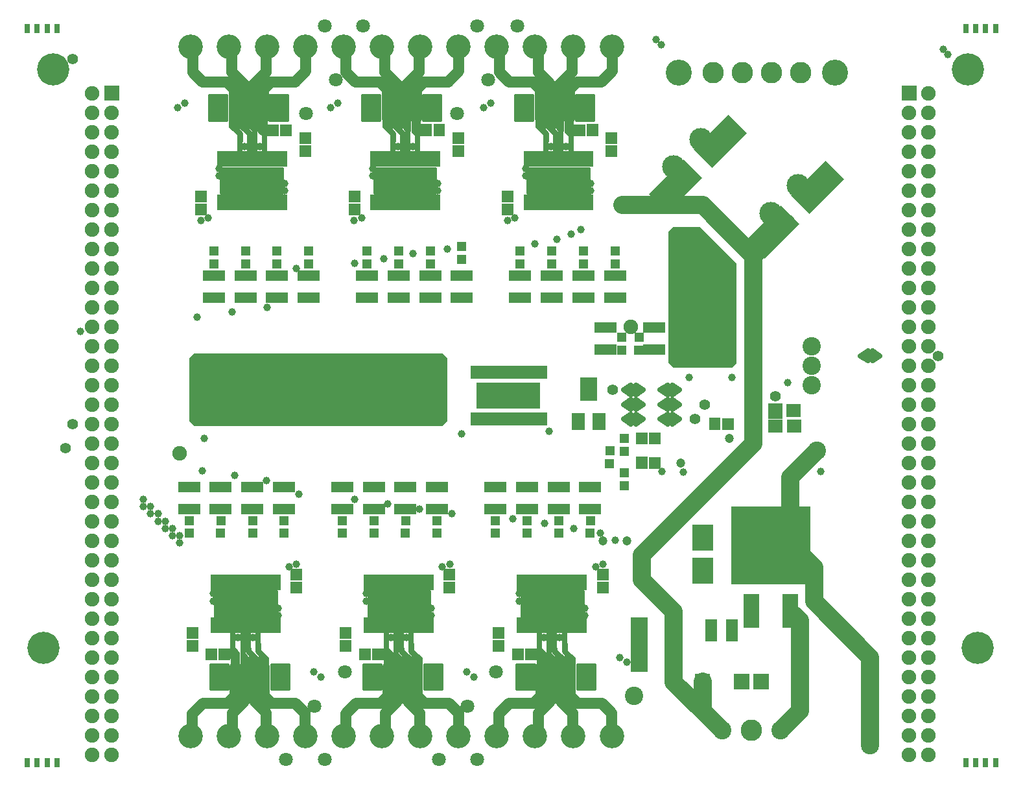
<source format=gbr>
%FSLAX34Y34*%
%MOMM*%
%LNSOLDERMASK_TOP*%
G71*
G01*
%ADD10C,3.200*%
%ADD11R,5.580X3.500*%
%ADD12R,0.700X2.000*%
%ADD13C,0.400*%
%ADD14C,1.000*%
%ADD15C,1.900*%
%ADD16C,4.200*%
%ADD17C,2.800*%
%ADD18C,2.400*%
%ADD19C,3.400*%
%ADD20R,1.600X1.500*%
%ADD21R,1.500X1.600*%
%ADD22C,0.700*%
%ADD23C,1.400*%
%ADD24C,0.800*%
%ADD25C,1.400*%
%ADD26R,1.900X2.100*%
%ADD27R,1.900X1.700*%
%ADD28C,1.200*%
%ADD29C,1.900*%
%ADD30R,0.800X1.200*%
%ADD31R,1.500X1.100*%
%ADD32R,2.000X2.020*%
%ADD33R,10.400X10.200*%
%ADD34C,1.300*%
%ADD35R,2.000X4.400*%
%ADD36R,2.200X7.200*%
%ADD37C,2.400*%
%ADD38R,2.800X3.400*%
%ADD39C,2.400*%
%ADD40C,3.000*%
%ADD41R,2.940X1.400*%
%ADD42R,1.300X1.300*%
%ADD43R,0.650X1.750*%
%ADD44R,0.850X1.750*%
%ADD45R,8.300X3.500*%
%ADD46R,1.800X2.200*%
%ADD47R,2.300X3.100*%
%ADD48C,0.686*%
%ADD49C,0.622*%
%ADD50C,0.718*%
%ADD51C,1.800*%
%LPD*%
X579890Y49750D02*
G54D10*
D03*
X529890Y49750D02*
G54D10*
D03*
X479890Y49750D02*
G54D10*
D03*
X429890Y49750D02*
G54D10*
D03*
X379890Y49750D02*
G54D10*
D03*
X329890Y49750D02*
G54D10*
D03*
X279890Y49750D02*
G54D10*
D03*
X229890Y49750D02*
G54D10*
D03*
X779890Y49750D02*
G54D10*
D03*
X729890Y49750D02*
G54D10*
D03*
X679890Y49750D02*
G54D10*
D03*
X629890Y49750D02*
G54D10*
D03*
X301600Y222400D02*
G54D11*
D03*
X259350Y194400D02*
G54D12*
D03*
X265850Y194400D02*
G54D12*
D03*
X272350Y194400D02*
G54D12*
D03*
X278850Y194400D02*
G54D12*
D03*
X285350Y194400D02*
G54D12*
D03*
X291850Y194400D02*
G54D12*
D03*
X298350Y194400D02*
G54D12*
D03*
X304850Y194400D02*
G54D12*
D03*
X311350Y194400D02*
G54D12*
D03*
X317850Y194400D02*
G54D12*
D03*
X324350Y194400D02*
G54D12*
D03*
X330850Y194400D02*
G54D12*
D03*
X337350Y194400D02*
G54D12*
D03*
X343850Y194400D02*
G54D12*
D03*
X343850Y250400D02*
G54D12*
D03*
X337350Y250400D02*
G54D12*
D03*
X330850Y250400D02*
G54D12*
D03*
X324350Y250400D02*
G54D12*
D03*
X317850Y250400D02*
G54D12*
D03*
X311350Y250400D02*
G54D12*
D03*
X304850Y250400D02*
G54D12*
D03*
X298350Y250400D02*
G54D12*
D03*
X291850Y250400D02*
G54D12*
D03*
X285350Y250400D02*
G54D12*
D03*
X278850Y250400D02*
G54D12*
D03*
X272350Y250400D02*
G54D12*
D03*
X265850Y250400D02*
G54D12*
D03*
X259350Y250400D02*
G54D12*
D03*
G36*
X341900Y206465D02*
X341900Y238215D01*
X262525Y238215D01*
X262525Y206465D01*
X341900Y206465D01*
G37*
G54D13*
X341900Y206465D02*
X341900Y238215D01*
X262525Y238215D01*
X262525Y206465D01*
X341900Y206465D01*
X268875Y213450D02*
G54D14*
D03*
X268875Y232500D02*
G54D14*
D03*
X268875Y222975D02*
G54D14*
D03*
X278400Y213450D02*
G54D14*
D03*
X278400Y232500D02*
G54D14*
D03*
X278400Y222975D02*
G54D14*
D03*
X287925Y213450D02*
G54D14*
D03*
X287925Y232500D02*
G54D14*
D03*
X287925Y222975D02*
G54D14*
D03*
X297450Y213450D02*
G54D14*
D03*
X297450Y232500D02*
G54D14*
D03*
X297450Y222975D02*
G54D14*
D03*
X306975Y213450D02*
G54D14*
D03*
X306975Y232500D02*
G54D14*
D03*
X306975Y222975D02*
G54D14*
D03*
X316500Y213450D02*
G54D14*
D03*
X316500Y232500D02*
G54D14*
D03*
X316500Y222975D02*
G54D14*
D03*
X326025Y213450D02*
G54D14*
D03*
X326025Y232500D02*
G54D14*
D03*
X326025Y222975D02*
G54D14*
D03*
X335550Y213450D02*
G54D14*
D03*
X335550Y232500D02*
G54D14*
D03*
X335550Y222975D02*
G54D14*
D03*
G36*
X1177900Y898500D02*
X1177900Y879500D01*
X1158900Y879500D01*
X1158900Y898500D01*
X1177900Y898500D01*
G37*
X1193800Y889000D02*
G54D15*
D03*
X1168400Y863600D02*
G54D15*
D03*
X1193800Y863600D02*
G54D15*
D03*
X1168400Y838200D02*
G54D15*
D03*
X1193800Y838200D02*
G54D15*
D03*
X1168400Y812800D02*
G54D15*
D03*
X1193800Y812800D02*
G54D15*
D03*
X1168400Y787400D02*
G54D15*
D03*
X1193800Y787400D02*
G54D15*
D03*
X1168400Y762000D02*
G54D15*
D03*
X1193800Y762000D02*
G54D15*
D03*
X1168400Y736600D02*
G54D15*
D03*
X1193800Y736600D02*
G54D15*
D03*
X1168400Y711200D02*
G54D15*
D03*
X1193800Y711200D02*
G54D15*
D03*
X1168400Y685800D02*
G54D15*
D03*
X1193800Y685800D02*
G54D15*
D03*
X1168400Y660400D02*
G54D15*
D03*
X1193800Y660400D02*
G54D15*
D03*
X1168400Y635000D02*
G54D15*
D03*
X1193800Y635000D02*
G54D15*
D03*
X1168400Y609600D02*
G54D15*
D03*
X1193800Y609600D02*
G54D15*
D03*
X1168400Y584200D02*
G54D15*
D03*
X1193800Y584200D02*
G54D15*
D03*
X1193800Y558800D02*
G54D15*
D03*
X1168400Y533400D02*
G54D15*
D03*
X1193800Y533400D02*
G54D15*
D03*
X1168400Y508000D02*
G54D15*
D03*
X1193800Y508000D02*
G54D15*
D03*
X1168400Y482600D02*
G54D15*
D03*
X1193800Y482600D02*
G54D15*
D03*
X1168400Y457200D02*
G54D15*
D03*
X1193800Y457200D02*
G54D15*
D03*
X1168400Y431800D02*
G54D15*
D03*
X1193800Y431800D02*
G54D15*
D03*
X1168400Y406400D02*
G54D15*
D03*
X1193800Y406400D02*
G54D15*
D03*
X1168400Y381000D02*
G54D15*
D03*
X1193800Y381000D02*
G54D15*
D03*
X1168400Y355600D02*
G54D15*
D03*
X1193800Y355600D02*
G54D15*
D03*
X1168400Y330200D02*
G54D15*
D03*
X1193800Y330200D02*
G54D15*
D03*
X1168400Y304800D02*
G54D15*
D03*
X1193800Y304800D02*
G54D15*
D03*
X1168400Y279400D02*
G54D15*
D03*
X1193800Y279400D02*
G54D15*
D03*
X1168400Y254000D02*
G54D15*
D03*
X1193800Y254000D02*
G54D15*
D03*
X1168400Y558800D02*
G54D15*
D03*
X1168400Y228600D02*
G54D15*
D03*
X1193800Y228600D02*
G54D15*
D03*
X1168400Y203200D02*
G54D15*
D03*
X1193800Y203200D02*
G54D15*
D03*
X1168400Y177800D02*
G54D15*
D03*
X1193800Y177800D02*
G54D15*
D03*
X1168400Y152400D02*
G54D15*
D03*
X1193800Y152400D02*
G54D15*
D03*
X1193800Y127000D02*
G54D15*
D03*
X1168400Y101600D02*
G54D15*
D03*
X1193800Y101600D02*
G54D15*
D03*
X1168400Y76200D02*
G54D15*
D03*
X1193800Y76200D02*
G54D15*
D03*
X1168400Y50800D02*
G54D15*
D03*
X1193800Y50800D02*
G54D15*
D03*
X1168400Y25400D02*
G54D15*
D03*
X1193800Y25400D02*
G54D15*
D03*
X1168400Y127000D02*
G54D15*
D03*
X1245088Y920171D02*
G54D16*
D03*
X1257788Y164521D02*
G54D16*
D03*
G36*
X136500Y898500D02*
X136500Y879500D01*
X117500Y879500D01*
X117500Y898500D01*
X136500Y898500D01*
G37*
X101600Y889000D02*
G54D15*
D03*
X127000Y863600D02*
G54D15*
D03*
X101600Y863600D02*
G54D15*
D03*
X127000Y838200D02*
G54D15*
D03*
X101600Y838200D02*
G54D15*
D03*
X127000Y812800D02*
G54D15*
D03*
X101600Y812800D02*
G54D15*
D03*
X127000Y787400D02*
G54D15*
D03*
X101600Y787400D02*
G54D15*
D03*
X127000Y762000D02*
G54D15*
D03*
X101600Y762000D02*
G54D15*
D03*
X127000Y736600D02*
G54D15*
D03*
X101600Y736600D02*
G54D15*
D03*
X127000Y711200D02*
G54D15*
D03*
X101600Y711200D02*
G54D15*
D03*
X127000Y685800D02*
G54D15*
D03*
X101600Y685800D02*
G54D15*
D03*
X127000Y660400D02*
G54D15*
D03*
X101600Y660400D02*
G54D15*
D03*
X127000Y635000D02*
G54D15*
D03*
X101600Y635000D02*
G54D15*
D03*
X127000Y609600D02*
G54D15*
D03*
X101600Y609600D02*
G54D15*
D03*
X127000Y584200D02*
G54D15*
D03*
X101600Y584200D02*
G54D15*
D03*
X101600Y558800D02*
G54D15*
D03*
X127000Y533400D02*
G54D15*
D03*
X101600Y533400D02*
G54D15*
D03*
X127000Y508000D02*
G54D15*
D03*
X101600Y508000D02*
G54D15*
D03*
X127000Y482600D02*
G54D15*
D03*
X101600Y482600D02*
G54D15*
D03*
X127000Y457200D02*
G54D15*
D03*
X101600Y457200D02*
G54D15*
D03*
X127000Y431800D02*
G54D15*
D03*
X101600Y431800D02*
G54D15*
D03*
X127000Y406400D02*
G54D15*
D03*
X101600Y406400D02*
G54D15*
D03*
X127000Y381000D02*
G54D15*
D03*
X101600Y381000D02*
G54D15*
D03*
X127000Y355600D02*
G54D15*
D03*
X101600Y355600D02*
G54D15*
D03*
X127000Y330200D02*
G54D15*
D03*
X101600Y330200D02*
G54D15*
D03*
X127000Y304800D02*
G54D15*
D03*
X101600Y304800D02*
G54D15*
D03*
X127000Y279400D02*
G54D15*
D03*
X101600Y279400D02*
G54D15*
D03*
X127000Y254000D02*
G54D15*
D03*
X101600Y254000D02*
G54D15*
D03*
X127000Y558800D02*
G54D15*
D03*
X127000Y228600D02*
G54D15*
D03*
X101600Y228600D02*
G54D15*
D03*
X127000Y203200D02*
G54D15*
D03*
X101600Y203200D02*
G54D15*
D03*
X127000Y177800D02*
G54D15*
D03*
X101600Y177800D02*
G54D15*
D03*
X127000Y152400D02*
G54D15*
D03*
X101600Y152400D02*
G54D15*
D03*
X101600Y127000D02*
G54D15*
D03*
X127000Y101600D02*
G54D15*
D03*
X101600Y101600D02*
G54D15*
D03*
X127000Y76200D02*
G54D15*
D03*
X101600Y76200D02*
G54D15*
D03*
X127000Y50800D02*
G54D15*
D03*
X101600Y50800D02*
G54D15*
D03*
X127000Y25400D02*
G54D15*
D03*
X101600Y25400D02*
G54D15*
D03*
X127000Y127000D02*
G54D15*
D03*
X50312Y920171D02*
G54D16*
D03*
X37612Y164521D02*
G54D16*
D03*
X579890Y949750D02*
G54D10*
D03*
X529890Y949750D02*
G54D10*
D03*
X479890Y949750D02*
G54D10*
D03*
X429890Y949750D02*
G54D10*
D03*
X379890Y949750D02*
G54D10*
D03*
X329890Y949750D02*
G54D10*
D03*
X279890Y949750D02*
G54D10*
D03*
X229890Y949750D02*
G54D10*
D03*
X779890Y949750D02*
G54D10*
D03*
X729890Y949750D02*
G54D10*
D03*
X679890Y949750D02*
G54D10*
D03*
X629890Y949750D02*
G54D10*
D03*
X962000Y57300D02*
G54D17*
D03*
X988579Y915425D02*
G54D18*
D03*
X950479Y915425D02*
G54D18*
D03*
X988579Y915425D02*
G54D18*
D03*
X950479Y915425D02*
G54D18*
D03*
X1026679Y915425D02*
G54D18*
D03*
X912379Y915425D02*
G54D18*
D03*
X1071652Y915424D02*
G54D19*
D03*
X867420Y915423D02*
G54D19*
D03*
X1026679Y915425D02*
G54D17*
D03*
X988579Y915425D02*
G54D17*
D03*
X950479Y915425D02*
G54D17*
D03*
X912379Y915425D02*
G54D17*
D03*
X962000Y57300D02*
G54D18*
D03*
X1000100Y57300D02*
G54D18*
D03*
X962000Y57300D02*
G54D18*
D03*
X1000100Y57300D02*
G54D18*
D03*
X923900Y57300D02*
G54D18*
D03*
X232210Y184147D02*
G54D20*
D03*
X232210Y167147D02*
G54D20*
D03*
X274364Y156597D02*
G54D21*
D03*
X257364Y156597D02*
G54D21*
D03*
X368100Y260347D02*
G54D20*
D03*
X368100Y243347D02*
G54D20*
D03*
X262525Y118200D02*
G54D14*
D03*
X262525Y137250D02*
G54D14*
D03*
X262525Y127725D02*
G54D14*
D03*
X272050Y118200D02*
G54D14*
D03*
X272050Y137250D02*
G54D14*
D03*
X272050Y127725D02*
G54D14*
D03*
G36*
X278400Y111215D02*
X278400Y142965D01*
X256175Y142965D01*
X256175Y111215D01*
X278400Y111215D01*
G37*
G54D13*
X278400Y111215D02*
X278400Y142965D01*
X256175Y142965D01*
X256175Y111215D01*
X278400Y111215D01*
X341900Y118200D02*
G54D14*
D03*
X341900Y137250D02*
G54D14*
D03*
X341900Y127725D02*
G54D14*
D03*
X351425Y118200D02*
G54D14*
D03*
X351425Y137250D02*
G54D14*
D03*
X351425Y127725D02*
G54D14*
D03*
G36*
X357775Y111215D02*
X357775Y142965D01*
X335550Y142965D01*
X335550Y111215D01*
X357775Y111215D01*
G37*
G54D13*
X357775Y111215D02*
X357775Y142965D01*
X335550Y142965D01*
X335550Y111215D01*
X357775Y111215D01*
G54D22*
X285306Y187793D02*
X285306Y151843D01*
G54D22*
X298382Y188370D02*
X298382Y151720D01*
G54D22*
X304921Y187793D02*
X304921Y164160D01*
G54D22*
X317998Y187985D02*
X317998Y170133D01*
G54D23*
X287234Y140572D02*
X287234Y102472D01*
G54D23*
X299934Y140572D02*
X299934Y102472D01*
G54D23*
X312634Y140572D02*
X312634Y102472D01*
G54D23*
X325334Y140572D02*
X325334Y102472D01*
G54D24*
X304921Y164160D02*
X304921Y160985D01*
X309460Y156447D01*
X309460Y137397D01*
G54D24*
X317998Y170133D02*
X317998Y160608D01*
X322160Y156447D01*
X322160Y137397D01*
G36*
X284060Y162797D02*
X287234Y162797D01*
X291997Y158034D01*
X291997Y137397D01*
X284060Y137397D01*
X284060Y162797D01*
G37*
G54D13*
X284060Y162797D02*
X287234Y162797D01*
X291997Y158034D01*
X291997Y137397D01*
X284060Y137397D01*
X284060Y162797D01*
G36*
X296760Y156447D02*
X299934Y156447D01*
X304697Y151684D01*
X304697Y131047D01*
X296760Y131047D01*
X296760Y156447D01*
G37*
G54D13*
X296760Y156447D02*
X299934Y156447D01*
X304697Y151684D01*
X304697Y131047D01*
X296760Y131047D01*
X296760Y156447D01*
G36*
X309460Y159304D02*
X317397Y151367D01*
X317397Y130729D01*
X309460Y130729D01*
X309460Y159304D01*
G37*
G54D13*
X309460Y159304D02*
X317397Y151367D01*
X317397Y130729D01*
X309460Y130729D01*
X309460Y159304D01*
G36*
X322160Y159304D02*
X330097Y151367D01*
X330097Y130729D01*
X322160Y130729D01*
X322160Y159304D01*
G37*
G54D13*
X322160Y159304D02*
X330097Y151367D01*
X330097Y130729D01*
X322160Y130729D01*
X322160Y159304D01*
X291710Y178022D02*
G54D14*
D03*
X311460Y178022D02*
G54D14*
D03*
G54D23*
X287234Y102472D02*
X277710Y92947D01*
X245960Y92947D01*
X232010Y78997D01*
X232010Y47447D01*
G54D23*
X299934Y102472D02*
X299934Y96122D01*
X284060Y80247D01*
X284060Y49497D01*
X282010Y47447D01*
G54D23*
X312634Y108822D02*
X312634Y96122D01*
X328510Y80247D01*
X328510Y50947D01*
X332010Y47447D01*
G54D23*
X325334Y102472D02*
X334860Y92947D01*
X366610Y92947D01*
X379310Y80247D01*
X379310Y50147D01*
X382010Y47447D01*
G36*
X821055Y501650D02*
X811530Y495300D01*
X811530Y508000D01*
X821055Y501650D01*
G37*
G54D22*
X821055Y501650D02*
X811530Y495300D01*
X811530Y508000D01*
X821055Y501650D01*
X781050Y501650D02*
G54D25*
D03*
X993227Y474163D02*
G54D26*
D03*
X1017358Y475113D02*
G54D27*
D03*
X993994Y454372D02*
G54D27*
D03*
X1017758Y454113D02*
G54D27*
D03*
X819150Y438150D02*
G54D21*
D03*
X836150Y438150D02*
G54D21*
D03*
G36*
X811650Y414400D02*
X826650Y414400D01*
X826650Y398400D01*
X811650Y398400D01*
X811650Y414400D01*
G37*
X836150Y406400D02*
G54D21*
D03*
X993227Y493212D02*
G54D25*
D03*
X869950Y406400D02*
G54D28*
D03*
X933450Y438150D02*
G54D28*
D03*
X127000Y228600D02*
G54D29*
D03*
X101600Y101600D02*
G54D29*
D03*
X101600Y406400D02*
G54D29*
D03*
X1168400Y660400D02*
G54D29*
D03*
X1193800Y660400D02*
G54D29*
D03*
X1193800Y635000D02*
G54D29*
D03*
X1193800Y152400D02*
G54D29*
D03*
X1168400Y279400D02*
G54D29*
D03*
X1193800Y812800D02*
G54D29*
D03*
X127000Y660400D02*
G54D29*
D03*
G36*
X795620Y501698D02*
X805145Y508048D01*
X805145Y495347D01*
X795620Y501698D01*
G37*
G54D22*
X795620Y501698D02*
X805145Y508048D01*
X805145Y495347D01*
X795620Y501698D01*
G36*
X821055Y482600D02*
X811530Y476250D01*
X811530Y488950D01*
X821055Y482600D01*
G37*
G54D22*
X821055Y482600D02*
X811530Y476250D01*
X811530Y488950D01*
X821055Y482600D01*
G36*
X795620Y482648D02*
X805145Y488998D01*
X805145Y476297D01*
X795620Y482648D01*
G37*
G54D22*
X795620Y482648D02*
X805145Y488998D01*
X805145Y476297D01*
X795620Y482648D01*
G36*
X821055Y463550D02*
X811530Y457200D01*
X811530Y469900D01*
X821055Y463550D01*
G37*
G54D22*
X821055Y463550D02*
X811530Y457200D01*
X811530Y469900D01*
X821055Y463550D01*
G36*
X795620Y463598D02*
X805145Y469948D01*
X805145Y457247D01*
X795620Y463598D01*
G37*
G54D22*
X795620Y463598D02*
X805145Y469948D01*
X805145Y457247D01*
X795620Y463598D01*
G36*
X868680Y501650D02*
X859155Y495300D01*
X859155Y508000D01*
X868680Y501650D01*
G37*
G54D22*
X868680Y501650D02*
X859155Y495300D01*
X859155Y508000D01*
X868680Y501650D01*
G36*
X843245Y501698D02*
X852770Y508048D01*
X852770Y495347D01*
X843245Y501698D01*
G37*
G54D22*
X843245Y501698D02*
X852770Y508048D01*
X852770Y495347D01*
X843245Y501698D01*
G36*
X868680Y482600D02*
X859155Y476250D01*
X859155Y488950D01*
X868680Y482600D01*
G37*
G54D22*
X868680Y482600D02*
X859155Y476250D01*
X859155Y488950D01*
X868680Y482600D01*
G36*
X843245Y482648D02*
X852770Y488998D01*
X852770Y476297D01*
X843245Y482648D01*
G37*
G54D22*
X843245Y482648D02*
X852770Y488998D01*
X852770Y476297D01*
X843245Y482648D01*
G36*
X868680Y463550D02*
X859155Y457200D01*
X859155Y469900D01*
X868680Y463550D01*
G37*
G54D22*
X868680Y463550D02*
X859155Y457200D01*
X859155Y469900D01*
X868680Y463550D01*
G36*
X843245Y463598D02*
X852770Y469948D01*
X852770Y457247D01*
X843245Y463598D01*
G37*
G54D22*
X843245Y463598D02*
X852770Y469948D01*
X852770Y457247D01*
X843245Y463598D01*
X1281112Y973773D02*
G54D30*
D03*
X1268095Y973773D02*
G54D30*
D03*
X1255078Y973773D02*
G54D30*
D03*
X1242378Y973773D02*
G54D30*
D03*
X1281112Y14923D02*
G54D30*
D03*
X1268095Y14923D02*
G54D30*
D03*
X1255078Y14923D02*
G54D30*
D03*
X1242378Y14923D02*
G54D30*
D03*
X55562Y14923D02*
G54D30*
D03*
X42545Y14923D02*
G54D30*
D03*
X29528Y14923D02*
G54D30*
D03*
X16828Y14923D02*
G54D30*
D03*
X55562Y973773D02*
G54D30*
D03*
X42545Y973773D02*
G54D30*
D03*
X29528Y973773D02*
G54D30*
D03*
X16828Y973773D02*
G54D30*
D03*
X678050Y501998D02*
G54D14*
D03*
X678050Y482948D02*
G54D14*
D03*
X678050Y492473D02*
G54D14*
D03*
X668525Y501998D02*
G54D14*
D03*
X668525Y482948D02*
G54D14*
D03*
X668525Y492473D02*
G54D14*
D03*
X659000Y501998D02*
G54D14*
D03*
X659000Y482948D02*
G54D14*
D03*
X659000Y492473D02*
G54D14*
D03*
X649475Y501998D02*
G54D14*
D03*
X649475Y482948D02*
G54D14*
D03*
X649475Y492473D02*
G54D14*
D03*
X639950Y501998D02*
G54D14*
D03*
X639950Y482948D02*
G54D14*
D03*
X639950Y492473D02*
G54D14*
D03*
X630425Y501998D02*
G54D14*
D03*
X630425Y482948D02*
G54D14*
D03*
X630425Y492473D02*
G54D14*
D03*
X620900Y501998D02*
G54D14*
D03*
X620900Y482948D02*
G54D14*
D03*
X620900Y492473D02*
G54D14*
D03*
X611375Y501998D02*
G54D14*
D03*
X611375Y482948D02*
G54D14*
D03*
X611375Y492473D02*
G54D14*
D03*
X358820Y270897D02*
G54D14*
D03*
X368344Y274072D02*
G54D14*
D03*
X259350Y235675D02*
G54D14*
D03*
X259350Y226150D02*
G54D14*
D03*
X344440Y216308D02*
G54D14*
D03*
X344440Y206782D02*
G54D14*
D03*
X501625Y222400D02*
G54D11*
D03*
X459375Y194400D02*
G54D12*
D03*
X465875Y194400D02*
G54D12*
D03*
X472375Y194400D02*
G54D12*
D03*
X478875Y194400D02*
G54D12*
D03*
X485375Y194400D02*
G54D12*
D03*
X491875Y194400D02*
G54D12*
D03*
X498375Y194400D02*
G54D12*
D03*
X504875Y194400D02*
G54D12*
D03*
X511375Y194400D02*
G54D12*
D03*
X517875Y194400D02*
G54D12*
D03*
X524375Y194400D02*
G54D12*
D03*
X530875Y194400D02*
G54D12*
D03*
X537375Y194400D02*
G54D12*
D03*
X543875Y194400D02*
G54D12*
D03*
X543875Y250400D02*
G54D12*
D03*
X537375Y250400D02*
G54D12*
D03*
X530875Y250400D02*
G54D12*
D03*
X524375Y250400D02*
G54D12*
D03*
X517875Y250400D02*
G54D12*
D03*
X511375Y250400D02*
G54D12*
D03*
X504875Y250400D02*
G54D12*
D03*
X498375Y250400D02*
G54D12*
D03*
X491875Y250400D02*
G54D12*
D03*
X485375Y250400D02*
G54D12*
D03*
X478875Y250400D02*
G54D12*
D03*
X472375Y250400D02*
G54D12*
D03*
X465875Y250400D02*
G54D12*
D03*
X459375Y250400D02*
G54D12*
D03*
G36*
X541925Y206465D02*
X541925Y238215D01*
X462550Y238215D01*
X462550Y206465D01*
X541925Y206465D01*
G37*
G54D13*
X541925Y206465D02*
X541925Y238215D01*
X462550Y238215D01*
X462550Y206465D01*
X541925Y206465D01*
X468900Y213450D02*
G54D14*
D03*
X468900Y232500D02*
G54D14*
D03*
X468900Y222975D02*
G54D14*
D03*
X478425Y213450D02*
G54D14*
D03*
X478425Y232500D02*
G54D14*
D03*
X478425Y222975D02*
G54D14*
D03*
X487950Y213450D02*
G54D14*
D03*
X487950Y232500D02*
G54D14*
D03*
X487950Y222975D02*
G54D14*
D03*
X497475Y213450D02*
G54D14*
D03*
X497475Y232500D02*
G54D14*
D03*
X497475Y222975D02*
G54D14*
D03*
X507000Y213450D02*
G54D14*
D03*
X507000Y232500D02*
G54D14*
D03*
X507000Y222975D02*
G54D14*
D03*
X516525Y213450D02*
G54D14*
D03*
X516525Y232500D02*
G54D14*
D03*
X516525Y222975D02*
G54D14*
D03*
X526050Y213450D02*
G54D14*
D03*
X526050Y232500D02*
G54D14*
D03*
X526050Y222975D02*
G54D14*
D03*
X535575Y213450D02*
G54D14*
D03*
X535575Y232500D02*
G54D14*
D03*
X535575Y222975D02*
G54D14*
D03*
X432234Y184147D02*
G54D20*
D03*
X432235Y167147D02*
G54D20*
D03*
X474390Y156597D02*
G54D21*
D03*
X457390Y156597D02*
G54D21*
D03*
X568124Y260347D02*
G54D20*
D03*
X568124Y243347D02*
G54D20*
D03*
X462550Y118200D02*
G54D14*
D03*
X462550Y137250D02*
G54D14*
D03*
X462550Y127725D02*
G54D14*
D03*
X472075Y118200D02*
G54D14*
D03*
X472075Y137250D02*
G54D14*
D03*
X472075Y127725D02*
G54D14*
D03*
G36*
X478425Y111215D02*
X478425Y142965D01*
X456200Y142965D01*
X456200Y111215D01*
X478425Y111215D01*
G37*
G54D13*
X478425Y111215D02*
X478425Y142965D01*
X456200Y142965D01*
X456200Y111215D01*
X478425Y111215D01*
X541925Y118200D02*
G54D14*
D03*
X541925Y137250D02*
G54D14*
D03*
X541925Y127725D02*
G54D14*
D03*
X551450Y118200D02*
G54D14*
D03*
X551450Y137250D02*
G54D14*
D03*
X551450Y127725D02*
G54D14*
D03*
G36*
X557800Y111215D02*
X557800Y142965D01*
X535575Y142965D01*
X535575Y111215D01*
X557800Y111215D01*
G37*
G54D13*
X557800Y111215D02*
X557800Y142965D01*
X535575Y142965D01*
X535575Y111215D01*
X557800Y111215D01*
G54D22*
X485331Y187793D02*
X485331Y151843D01*
G54D22*
X498408Y188370D02*
X498408Y151720D01*
G54D22*
X504946Y187793D02*
X504946Y164160D01*
G54D22*
X518023Y187985D02*
X518023Y170133D01*
G54D23*
X487260Y140572D02*
X487260Y102472D01*
G54D23*
X499960Y140572D02*
X499960Y102472D01*
G54D23*
X512660Y140572D02*
X512660Y102472D01*
G54D23*
X525360Y140572D02*
X525360Y102472D01*
G54D24*
X504946Y164160D02*
X504946Y160985D01*
X509484Y156447D01*
X509484Y137397D01*
G54D24*
X518023Y170133D02*
X518023Y160608D01*
X522184Y156447D01*
X522184Y137397D01*
G36*
X484084Y162797D02*
X487260Y162797D01*
X492022Y158034D01*
X492022Y137397D01*
X484084Y137397D01*
X484084Y162797D01*
G37*
G54D13*
X484084Y162797D02*
X487260Y162797D01*
X492022Y158034D01*
X492022Y137397D01*
X484084Y137397D01*
X484084Y162797D01*
G36*
X496784Y156447D02*
X499960Y156447D01*
X504722Y151684D01*
X504722Y131047D01*
X496784Y131047D01*
X496784Y156447D01*
G37*
G54D13*
X496784Y156447D02*
X499960Y156447D01*
X504722Y151684D01*
X504722Y131047D01*
X496784Y131047D01*
X496784Y156447D01*
G36*
X509484Y159304D02*
X517422Y151367D01*
X517422Y130729D01*
X509484Y130729D01*
X509484Y159304D01*
G37*
G54D13*
X509484Y159304D02*
X517422Y151367D01*
X517422Y130729D01*
X509484Y130729D01*
X509484Y159304D01*
G36*
X522184Y159304D02*
X530122Y151367D01*
X530122Y130729D01*
X522184Y130729D01*
X522184Y159304D01*
G37*
G54D13*
X522184Y159304D02*
X530122Y151367D01*
X530122Y130729D01*
X522184Y130729D01*
X522184Y159304D01*
X491734Y178022D02*
G54D14*
D03*
X511484Y178022D02*
G54D14*
D03*
G54D23*
X487260Y102472D02*
X477734Y92947D01*
X445984Y92947D01*
X432034Y78997D01*
X432034Y47447D01*
G54D23*
X499960Y102472D02*
X499960Y96122D01*
X484084Y80247D01*
X484084Y49497D01*
X482034Y47447D01*
G54D23*
X512660Y108822D02*
X512660Y96122D01*
X528534Y80247D01*
X528534Y50947D01*
X532034Y47447D01*
G54D23*
X525360Y102472D02*
X534884Y92947D01*
X566634Y92947D01*
X579334Y80247D01*
X579334Y50147D01*
X582034Y47447D01*
X558844Y270897D02*
G54D14*
D03*
X568370Y274072D02*
G54D14*
D03*
X459375Y235675D02*
G54D14*
D03*
X459375Y226150D02*
G54D14*
D03*
X544465Y216308D02*
G54D14*
D03*
X544465Y206782D02*
G54D14*
D03*
X701650Y222400D02*
G54D11*
D03*
X659400Y194400D02*
G54D12*
D03*
X665900Y194400D02*
G54D12*
D03*
X672400Y194400D02*
G54D12*
D03*
X678900Y194400D02*
G54D12*
D03*
X685400Y194400D02*
G54D12*
D03*
X691900Y194400D02*
G54D12*
D03*
X698400Y194400D02*
G54D12*
D03*
X704900Y194400D02*
G54D12*
D03*
X711400Y194400D02*
G54D12*
D03*
X717900Y194400D02*
G54D12*
D03*
X724400Y194400D02*
G54D12*
D03*
X730900Y194400D02*
G54D12*
D03*
X737400Y194400D02*
G54D12*
D03*
X743900Y194400D02*
G54D12*
D03*
X743900Y250400D02*
G54D12*
D03*
X737400Y250400D02*
G54D12*
D03*
X730900Y250400D02*
G54D12*
D03*
X724400Y250400D02*
G54D12*
D03*
X717900Y250400D02*
G54D12*
D03*
X711400Y250400D02*
G54D12*
D03*
X704900Y250400D02*
G54D12*
D03*
X698400Y250400D02*
G54D12*
D03*
X691900Y250400D02*
G54D12*
D03*
X685400Y250400D02*
G54D12*
D03*
X678900Y250400D02*
G54D12*
D03*
X672400Y250400D02*
G54D12*
D03*
X665900Y250400D02*
G54D12*
D03*
X659400Y250400D02*
G54D12*
D03*
G36*
X741950Y206465D02*
X741950Y238215D01*
X662575Y238215D01*
X662575Y206465D01*
X741950Y206465D01*
G37*
G54D13*
X741950Y206465D02*
X741950Y238215D01*
X662575Y238215D01*
X662575Y206465D01*
X741950Y206465D01*
X668925Y213450D02*
G54D14*
D03*
X668925Y232500D02*
G54D14*
D03*
X668925Y222975D02*
G54D14*
D03*
X678450Y213450D02*
G54D14*
D03*
X678450Y232500D02*
G54D14*
D03*
X678450Y222975D02*
G54D14*
D03*
X687975Y213450D02*
G54D14*
D03*
X687975Y232500D02*
G54D14*
D03*
X687975Y222975D02*
G54D14*
D03*
X697500Y213450D02*
G54D14*
D03*
X697500Y232500D02*
G54D14*
D03*
X697500Y222975D02*
G54D14*
D03*
X707025Y213450D02*
G54D14*
D03*
X707025Y232500D02*
G54D14*
D03*
X707025Y222975D02*
G54D14*
D03*
X716550Y213450D02*
G54D14*
D03*
X716550Y232500D02*
G54D14*
D03*
X716550Y222975D02*
G54D14*
D03*
X726075Y213450D02*
G54D14*
D03*
X726075Y232500D02*
G54D14*
D03*
X726075Y222975D02*
G54D14*
D03*
X735600Y213450D02*
G54D14*
D03*
X735600Y232500D02*
G54D14*
D03*
X735600Y222975D02*
G54D14*
D03*
X632260Y184147D02*
G54D20*
D03*
X632260Y167147D02*
G54D20*
D03*
X674414Y156597D02*
G54D21*
D03*
X657414Y156597D02*
G54D21*
D03*
X768150Y260347D02*
G54D20*
D03*
X768150Y243347D02*
G54D20*
D03*
X662575Y118200D02*
G54D14*
D03*
X662575Y137250D02*
G54D14*
D03*
X662575Y127725D02*
G54D14*
D03*
X672100Y118200D02*
G54D14*
D03*
X672100Y137250D02*
G54D14*
D03*
X672100Y127725D02*
G54D14*
D03*
G36*
X678450Y111215D02*
X678450Y142965D01*
X656225Y142965D01*
X656225Y111215D01*
X678450Y111215D01*
G37*
G54D13*
X678450Y111215D02*
X678450Y142965D01*
X656225Y142965D01*
X656225Y111215D01*
X678450Y111215D01*
X741950Y118200D02*
G54D14*
D03*
X741950Y137250D02*
G54D14*
D03*
X741950Y127725D02*
G54D14*
D03*
X751475Y118200D02*
G54D14*
D03*
X751475Y137250D02*
G54D14*
D03*
X751475Y127725D02*
G54D14*
D03*
G36*
X757825Y111215D02*
X757825Y142965D01*
X735600Y142965D01*
X735600Y111215D01*
X757825Y111215D01*
G37*
G54D13*
X757825Y111215D02*
X757825Y142965D01*
X735600Y142965D01*
X735600Y111215D01*
X757825Y111215D01*
G54D22*
X685356Y187793D02*
X685356Y151843D01*
G54D22*
X698432Y188370D02*
X698432Y151720D01*
G54D22*
X704971Y187793D02*
X704971Y164160D01*
G54D22*
X718048Y187985D02*
X718048Y170133D01*
G54D23*
X687284Y140572D02*
X687284Y102472D01*
G54D23*
X699984Y140572D02*
X699984Y102472D01*
G54D23*
X712684Y140572D02*
X712684Y102472D01*
G54D23*
X725384Y140572D02*
X725384Y102472D01*
G54D24*
X704971Y164160D02*
X704971Y160985D01*
X709510Y156447D01*
X709510Y137397D01*
G54D24*
X718048Y170133D02*
X718048Y160608D01*
X722210Y156447D01*
X722210Y137397D01*
G36*
X684110Y162797D02*
X687284Y162797D01*
X692047Y158034D01*
X692047Y137397D01*
X684110Y137397D01*
X684110Y162797D01*
G37*
G54D13*
X684110Y162797D02*
X687284Y162797D01*
X692047Y158034D01*
X692047Y137397D01*
X684110Y137397D01*
X684110Y162797D01*
G36*
X696810Y156447D02*
X699984Y156447D01*
X704747Y151684D01*
X704747Y131047D01*
X696810Y131047D01*
X696810Y156447D01*
G37*
G54D13*
X696810Y156447D02*
X699984Y156447D01*
X704747Y151684D01*
X704747Y131047D01*
X696810Y131047D01*
X696810Y156447D01*
G36*
X709510Y159304D02*
X717447Y151367D01*
X717447Y130729D01*
X709510Y130729D01*
X709510Y159304D01*
G37*
G54D13*
X709510Y159304D02*
X717447Y151367D01*
X717447Y130729D01*
X709510Y130729D01*
X709510Y159304D01*
G36*
X722210Y159304D02*
X730147Y151367D01*
X730147Y130729D01*
X722210Y130729D01*
X722210Y159304D01*
G37*
G54D13*
X722210Y159304D02*
X730147Y151367D01*
X730147Y130729D01*
X722210Y130729D01*
X722210Y159304D01*
X691760Y178022D02*
G54D14*
D03*
X711510Y178022D02*
G54D14*
D03*
G54D23*
X687284Y102472D02*
X677760Y92947D01*
X646010Y92947D01*
X632060Y78997D01*
X632060Y47447D01*
G54D23*
X699984Y102472D02*
X699984Y96122D01*
X684110Y80247D01*
X684110Y49497D01*
X682060Y47447D01*
G54D23*
X712684Y108822D02*
X712684Y96122D01*
X728560Y80247D01*
X728560Y50947D01*
X732060Y47447D01*
G54D23*
X725384Y102472D02*
X734910Y92947D01*
X766660Y92947D01*
X779360Y80247D01*
X779360Y50147D01*
X782060Y47447D01*
X758870Y270897D02*
G54D14*
D03*
X768394Y274072D02*
G54D14*
D03*
X659400Y235675D02*
G54D14*
D03*
X659400Y226150D02*
G54D14*
D03*
X744490Y216308D02*
G54D14*
D03*
X744490Y206782D02*
G54D14*
D03*
X936600Y197000D02*
G54D31*
D03*
X936600Y178000D02*
G54D31*
D03*
X909600Y197000D02*
G54D31*
D03*
X909600Y178000D02*
G54D31*
D03*
X909600Y187500D02*
G54D31*
D03*
X936600Y187500D02*
G54D31*
D03*
X1025520Y120751D02*
G54D32*
D03*
X974720Y120751D02*
G54D32*
D03*
G36*
X888499Y130900D02*
X908499Y130900D01*
X908500Y110700D01*
X888500Y110700D01*
X888499Y130900D01*
G37*
X949300Y120800D02*
G54D32*
D03*
X987400Y298600D02*
G54D33*
D03*
X949300Y336700D02*
G54D34*
D03*
X962000Y336700D02*
G54D34*
D03*
X974700Y336700D02*
G54D34*
D03*
X987400Y336700D02*
G54D34*
D03*
X949300Y324000D02*
G54D34*
D03*
X962000Y324000D02*
G54D34*
D03*
X974700Y324000D02*
G54D34*
D03*
X987400Y324000D02*
G54D34*
D03*
X949300Y311300D02*
G54D34*
D03*
X962000Y311300D02*
G54D34*
D03*
X974700Y311300D02*
G54D34*
D03*
X987400Y311300D02*
G54D34*
D03*
X949300Y298600D02*
G54D34*
D03*
X962000Y298600D02*
G54D34*
D03*
X974700Y298600D02*
G54D34*
D03*
X987400Y298600D02*
G54D34*
D03*
X949300Y285900D02*
G54D34*
D03*
X962000Y285900D02*
G54D34*
D03*
X974700Y285900D02*
G54D34*
D03*
X987400Y285900D02*
G54D34*
D03*
X949300Y273200D02*
G54D34*
D03*
X949300Y260500D02*
G54D34*
D03*
X962000Y273200D02*
G54D34*
D03*
X962000Y260500D02*
G54D34*
D03*
X974700Y273200D02*
G54D34*
D03*
X974700Y260500D02*
G54D34*
D03*
X987400Y273200D02*
G54D34*
D03*
X987400Y260500D02*
G54D34*
D03*
X1000100Y336700D02*
G54D34*
D03*
X1000100Y324000D02*
G54D34*
D03*
X1000100Y311300D02*
G54D34*
D03*
X1000100Y298600D02*
G54D34*
D03*
X1000100Y285900D02*
G54D34*
D03*
X1000100Y273200D02*
G54D34*
D03*
X1000100Y260500D02*
G54D34*
D03*
X1012800Y336700D02*
G54D34*
D03*
X1012800Y324000D02*
G54D34*
D03*
X1012800Y311300D02*
G54D34*
D03*
X1012800Y298600D02*
G54D34*
D03*
X1012800Y285900D02*
G54D34*
D03*
X1012800Y273200D02*
G54D34*
D03*
X1012800Y260500D02*
G54D34*
D03*
X1025500Y336700D02*
G54D34*
D03*
X1025500Y324000D02*
G54D34*
D03*
X1025500Y311300D02*
G54D34*
D03*
X1025500Y298600D02*
G54D34*
D03*
X1025500Y285900D02*
G54D34*
D03*
X1025500Y273200D02*
G54D34*
D03*
X1025500Y260500D02*
G54D34*
D03*
X1012800Y213510D02*
G54D35*
D03*
X962000Y213510D02*
G54D35*
D03*
X815550Y168700D02*
G54D36*
D03*
X860850Y168700D02*
G54D36*
D03*
X993994Y454372D02*
G54D14*
D03*
X1041400Y558800D02*
G54D18*
D03*
X1041400Y533400D02*
G54D18*
D03*
X1041400Y508000D02*
G54D18*
D03*
X1041400Y533400D02*
G54D18*
D03*
X1041400Y558800D02*
G54D37*
D03*
G36*
X1130300Y546100D02*
X1120775Y539750D01*
X1120775Y552450D01*
X1130300Y546100D01*
G37*
G54D22*
X1130300Y546100D02*
X1120775Y539750D01*
X1120775Y552450D01*
X1130300Y546100D01*
G36*
X1104865Y546148D02*
X1114390Y552497D01*
X1114390Y539797D01*
X1104865Y546148D01*
G37*
G54D22*
X1104865Y546148D02*
X1114390Y552497D01*
X1114390Y539797D01*
X1104865Y546148D01*
X1017758Y454113D02*
G54D14*
D03*
X898500Y308760D02*
G54D37*
D03*
X898500Y308760D02*
G54D38*
D03*
X898500Y265760D02*
G54D38*
D03*
G54D39*
X1000100Y57300D02*
X1025520Y82720D01*
X1025520Y120751D01*
X1025520Y200790D01*
X1019150Y207160D01*
X896675Y828591D02*
G54D40*
D03*
G54D39*
X923900Y57300D02*
X898500Y82700D01*
X898500Y120800D01*
G54D39*
X898500Y82700D02*
X860850Y120350D01*
G54D39*
X819150Y254000D02*
X819150Y285750D01*
X965200Y431800D01*
X965200Y676450D01*
X1008119Y719419D01*
G54D39*
X793750Y742950D02*
X898525Y742950D01*
X965200Y676450D01*
X710350Y774797D02*
G54D11*
D03*
X752600Y802797D02*
G54D12*
D03*
X746100Y802797D02*
G54D12*
D03*
X739600Y802797D02*
G54D12*
D03*
X733100Y802797D02*
G54D12*
D03*
X726600Y802797D02*
G54D12*
D03*
X720099Y802797D02*
G54D12*
D03*
X713600Y802797D02*
G54D12*
D03*
X707100Y802797D02*
G54D12*
D03*
X700600Y802797D02*
G54D12*
D03*
X694100Y802797D02*
G54D12*
D03*
X687600Y802797D02*
G54D12*
D03*
X681100Y802797D02*
G54D12*
D03*
X674600Y802797D02*
G54D12*
D03*
X668100Y802797D02*
G54D12*
D03*
X668100Y746797D02*
G54D12*
D03*
X674600Y746797D02*
G54D12*
D03*
X681100Y746797D02*
G54D12*
D03*
X687600Y746797D02*
G54D12*
D03*
X694100Y746797D02*
G54D12*
D03*
X700600Y746797D02*
G54D12*
D03*
X707100Y746797D02*
G54D12*
D03*
X713600Y746797D02*
G54D12*
D03*
X720100Y746797D02*
G54D12*
D03*
X726600Y746797D02*
G54D12*
D03*
X733100Y746797D02*
G54D12*
D03*
X739600Y746797D02*
G54D12*
D03*
X746100Y746797D02*
G54D12*
D03*
X752600Y746797D02*
G54D12*
D03*
G36*
X670050Y790732D02*
X670050Y758982D01*
X749424Y758982D01*
X749425Y790732D01*
X670050Y790732D01*
G37*
G54D13*
X670050Y790732D02*
X670050Y758982D01*
X749424Y758982D01*
X749425Y790732D01*
X670050Y790732D01*
X743074Y783747D02*
G54D14*
D03*
X743074Y764697D02*
G54D14*
D03*
X743074Y774222D02*
G54D14*
D03*
X733550Y783747D02*
G54D14*
D03*
X733550Y764697D02*
G54D14*
D03*
X733550Y774222D02*
G54D14*
D03*
X724024Y783747D02*
G54D14*
D03*
X724024Y764697D02*
G54D14*
D03*
X724024Y774222D02*
G54D14*
D03*
X714500Y783747D02*
G54D14*
D03*
X714500Y764697D02*
G54D14*
D03*
X714500Y774222D02*
G54D14*
D03*
X704974Y783747D02*
G54D14*
D03*
X704975Y764697D02*
G54D14*
D03*
X704974Y774222D02*
G54D14*
D03*
X695450Y783747D02*
G54D14*
D03*
X695450Y764697D02*
G54D14*
D03*
X695450Y774222D02*
G54D14*
D03*
X685924Y783747D02*
G54D14*
D03*
X685925Y764697D02*
G54D14*
D03*
X685925Y774222D02*
G54D14*
D03*
X676400Y783747D02*
G54D14*
D03*
X676400Y764697D02*
G54D14*
D03*
X676400Y774222D02*
G54D14*
D03*
X779740Y813050D02*
G54D20*
D03*
X779740Y830050D02*
G54D20*
D03*
X737585Y840600D02*
G54D21*
D03*
G36*
X747085Y848600D02*
X762085Y848600D01*
X762085Y832600D01*
X747085Y832600D01*
X747085Y848600D01*
G37*
X643850Y736850D02*
G54D20*
D03*
X643850Y753850D02*
G54D20*
D03*
X749424Y878997D02*
G54D14*
D03*
X749425Y859947D02*
G54D14*
D03*
X749424Y869472D02*
G54D14*
D03*
X739900Y878997D02*
G54D14*
D03*
X739900Y859947D02*
G54D14*
D03*
X739900Y869472D02*
G54D14*
D03*
G36*
X733550Y885982D02*
X733550Y854232D01*
X755774Y854232D01*
X755774Y885982D01*
X733550Y885982D01*
G37*
G54D13*
X733550Y885982D02*
X733550Y854232D01*
X755774Y854232D01*
X755774Y885982D01*
X733550Y885982D01*
X670050Y878997D02*
G54D14*
D03*
X670050Y859947D02*
G54D14*
D03*
X670050Y869472D02*
G54D14*
D03*
X660524Y878997D02*
G54D14*
D03*
X660524Y859947D02*
G54D14*
D03*
X660524Y869472D02*
G54D14*
D03*
G36*
X654175Y885982D02*
X654174Y854232D01*
X676400Y854232D01*
X676400Y885982D01*
X654175Y885982D01*
G37*
G54D13*
X654175Y885982D02*
X654174Y854232D01*
X676400Y854232D01*
X676400Y885982D01*
X654175Y885982D01*
G54D22*
X726644Y809404D02*
X726644Y845354D01*
G54D22*
X713567Y808827D02*
X713567Y845477D01*
G54D22*
X707028Y809404D02*
X707028Y833036D01*
G54D22*
X693952Y809212D02*
X693952Y827064D01*
G54D23*
X724715Y856625D02*
X724715Y894725D01*
G54D23*
X712015Y856625D02*
X712015Y894725D01*
G54D23*
X699315Y856625D02*
X699315Y894725D01*
G54D23*
X686615Y856625D02*
X686615Y894725D01*
G54D24*
X707028Y833036D02*
X707028Y836212D01*
X702490Y840750D01*
X702490Y859800D01*
G54D24*
X693952Y827064D02*
X693952Y836589D01*
X689790Y840750D01*
X689790Y859800D01*
G36*
X727890Y834400D02*
X724715Y834400D01*
X719952Y839163D01*
X719952Y859800D01*
X727890Y859800D01*
X727890Y834400D01*
G37*
G54D13*
X727890Y834400D02*
X724715Y834400D01*
X719952Y839163D01*
X719952Y859800D01*
X727890Y859800D01*
X727890Y834400D01*
G36*
X715190Y840750D02*
X712015Y840750D01*
X707252Y845513D01*
X707252Y866150D01*
X715190Y866150D01*
X715190Y840750D01*
G37*
G54D13*
X715190Y840750D02*
X712015Y840750D01*
X707252Y845513D01*
X707252Y866150D01*
X715190Y866150D01*
X715190Y840750D01*
G36*
X702490Y837892D02*
X694552Y845830D01*
X694553Y866468D01*
X702490Y866468D01*
X702490Y837892D01*
G37*
G54D13*
X702490Y837892D02*
X694552Y845830D01*
X694553Y866468D01*
X702490Y866468D01*
X702490Y837892D01*
G36*
X689790Y837892D02*
X681852Y845830D01*
X681853Y866468D01*
X689790Y866468D01*
X689790Y837892D01*
G37*
G54D13*
X689790Y837892D02*
X681852Y845830D01*
X681853Y866468D01*
X689790Y866468D01*
X689790Y837892D01*
X720240Y819175D02*
G54D14*
D03*
X700490Y819175D02*
G54D14*
D03*
G54D23*
X724715Y894725D02*
X734240Y904250D01*
X765990Y904250D01*
X779940Y918200D01*
X779940Y949750D01*
G54D23*
X712015Y894725D02*
X712015Y901075D01*
X727890Y916950D01*
X727890Y947700D01*
X729940Y949750D01*
G54D23*
X699315Y888375D02*
X699315Y901075D01*
X683440Y916950D01*
X683440Y946250D01*
X679940Y949750D01*
G54D23*
X686615Y894725D02*
X677090Y904250D01*
X645340Y904250D01*
X632640Y916950D01*
X632640Y947050D01*
X629940Y949750D01*
X653130Y726300D02*
G54D14*
D03*
X643605Y723125D02*
G54D14*
D03*
X752600Y761522D02*
G54D14*
D03*
X752600Y771047D02*
G54D14*
D03*
X667510Y780889D02*
G54D14*
D03*
X667510Y790414D02*
G54D14*
D03*
X510324Y774797D02*
G54D11*
D03*
X552575Y802797D02*
G54D12*
D03*
X546074Y802797D02*
G54D12*
D03*
X539574Y802797D02*
G54D12*
D03*
X533075Y802797D02*
G54D12*
D03*
X526574Y802797D02*
G54D12*
D03*
X520074Y802797D02*
G54D12*
D03*
X513574Y802797D02*
G54D12*
D03*
X507074Y802797D02*
G54D12*
D03*
X500574Y802797D02*
G54D12*
D03*
X494074Y802797D02*
G54D12*
D03*
X487574Y802797D02*
G54D12*
D03*
X481074Y802797D02*
G54D12*
D03*
X474574Y802797D02*
G54D12*
D03*
X468074Y802797D02*
G54D12*
D03*
X468074Y746797D02*
G54D12*
D03*
X474574Y746797D02*
G54D12*
D03*
X481074Y746797D02*
G54D12*
D03*
X487574Y746797D02*
G54D12*
D03*
X494074Y746797D02*
G54D12*
D03*
X500575Y746797D02*
G54D12*
D03*
X507074Y746797D02*
G54D12*
D03*
X513574Y746797D02*
G54D12*
D03*
X520074Y746797D02*
G54D12*
D03*
X526574Y746797D02*
G54D12*
D03*
X533074Y746797D02*
G54D12*
D03*
X539575Y746797D02*
G54D12*
D03*
X546074Y746797D02*
G54D12*
D03*
X552574Y746797D02*
G54D12*
D03*
G36*
X470024Y790732D02*
X470024Y758982D01*
X549400Y758982D01*
X549400Y790732D01*
X470024Y790732D01*
G37*
G54D13*
X470024Y790732D02*
X470024Y758982D01*
X549400Y758982D01*
X549400Y790732D01*
X470024Y790732D01*
X543050Y783747D02*
G54D14*
D03*
X543050Y764697D02*
G54D14*
D03*
X543050Y774222D02*
G54D14*
D03*
X533525Y783747D02*
G54D14*
D03*
X533524Y764697D02*
G54D14*
D03*
X533525Y774222D02*
G54D14*
D03*
X524000Y783747D02*
G54D14*
D03*
X524000Y764697D02*
G54D14*
D03*
X524000Y774222D02*
G54D14*
D03*
X514474Y783747D02*
G54D14*
D03*
X514474Y764697D02*
G54D14*
D03*
X514474Y774222D02*
G54D14*
D03*
X504950Y783747D02*
G54D14*
D03*
X504950Y764697D02*
G54D14*
D03*
X504950Y774222D02*
G54D14*
D03*
X495424Y783747D02*
G54D14*
D03*
X495424Y764697D02*
G54D14*
D03*
X495424Y774222D02*
G54D14*
D03*
X485900Y783747D02*
G54D14*
D03*
X485900Y764697D02*
G54D14*
D03*
X485900Y774222D02*
G54D14*
D03*
X476374Y783747D02*
G54D14*
D03*
X476374Y764697D02*
G54D14*
D03*
X476374Y774222D02*
G54D14*
D03*
X579715Y813050D02*
G54D20*
D03*
X579715Y830050D02*
G54D20*
D03*
G36*
X530060Y848600D02*
X545060Y848600D01*
X545060Y832600D01*
X530060Y832600D01*
X530060Y848600D01*
G37*
G36*
X547060Y848600D02*
X562060Y848600D01*
X562060Y832600D01*
X547060Y832600D01*
X547060Y848600D01*
G37*
X443825Y736850D02*
G54D20*
D03*
X443825Y753850D02*
G54D20*
D03*
X549400Y878997D02*
G54D14*
D03*
X549400Y859947D02*
G54D14*
D03*
X549400Y869472D02*
G54D14*
D03*
X539874Y878997D02*
G54D14*
D03*
X539874Y859947D02*
G54D14*
D03*
X539874Y869472D02*
G54D14*
D03*
G36*
X533525Y885982D02*
X533524Y854232D01*
X555750Y854232D01*
X555750Y885982D01*
X533525Y885982D01*
G37*
G54D13*
X533525Y885982D02*
X533524Y854232D01*
X555750Y854232D01*
X555750Y885982D01*
X533525Y885982D01*
X470024Y878997D02*
G54D14*
D03*
X470025Y859947D02*
G54D14*
D03*
X470024Y869472D02*
G54D14*
D03*
X460500Y878997D02*
G54D14*
D03*
X460500Y859947D02*
G54D14*
D03*
X460500Y869472D02*
G54D14*
D03*
G36*
X454150Y885982D02*
X454150Y854232D01*
X476374Y854232D01*
X476374Y885982D01*
X454150Y885982D01*
G37*
G54D13*
X454150Y885982D02*
X454150Y854232D01*
X476374Y854232D01*
X476374Y885982D01*
X454150Y885982D01*
G54D22*
X526619Y809404D02*
X526619Y845354D01*
G54D22*
X513542Y808827D02*
X513542Y845477D01*
G54D22*
X507004Y809404D02*
X507004Y833037D01*
G54D22*
X493926Y809212D02*
X493926Y827064D01*
G54D23*
X524690Y856625D02*
X524690Y894725D01*
G54D23*
X511990Y856625D02*
X511990Y894725D01*
G54D23*
X499290Y856625D02*
X499290Y894725D01*
G54D23*
X486590Y856625D02*
X486590Y894725D01*
G54D24*
X507004Y833037D02*
X507004Y836212D01*
X502465Y840750D01*
X502465Y859800D01*
G54D24*
X493926Y827064D02*
X493926Y836588D01*
X489765Y840750D01*
X489765Y859800D01*
G36*
X527865Y834400D02*
X524690Y834400D01*
X519928Y839163D01*
X519928Y859800D01*
X527865Y859800D01*
X527865Y834400D01*
G37*
G54D13*
X527865Y834400D02*
X524690Y834400D01*
X519928Y839163D01*
X519928Y859800D01*
X527865Y859800D01*
X527865Y834400D01*
G36*
X515165Y840750D02*
X511990Y840750D01*
X507228Y845513D01*
X507228Y866150D01*
X515165Y866150D01*
X515165Y840750D01*
G37*
G54D13*
X515165Y840750D02*
X511990Y840750D01*
X507228Y845513D01*
X507228Y866150D01*
X515165Y866150D01*
X515165Y840750D01*
G36*
X502465Y837892D02*
X494528Y845830D01*
X494528Y866468D01*
X502465Y866468D01*
X502465Y837892D01*
G37*
G54D13*
X502465Y837892D02*
X494528Y845830D01*
X494528Y866468D01*
X502465Y866468D01*
X502465Y837892D01*
G36*
X489765Y837893D02*
X481828Y845830D01*
X481828Y866468D01*
X489765Y866468D01*
X489765Y837893D01*
G37*
G54D13*
X489765Y837893D02*
X481828Y845830D01*
X481828Y866468D01*
X489765Y866468D01*
X489765Y837893D01*
X520215Y819175D02*
G54D14*
D03*
X500465Y819175D02*
G54D14*
D03*
G54D23*
X524690Y894725D02*
X534215Y904250D01*
X565965Y904250D01*
X579915Y918200D01*
X579915Y949750D01*
G54D23*
X511990Y894725D02*
X511990Y901075D01*
X527865Y916950D01*
X527865Y947700D01*
X529915Y949750D01*
G54D23*
X499290Y888375D02*
X499290Y901075D01*
X483415Y916950D01*
X483415Y946250D01*
X479915Y949750D01*
G54D23*
X486590Y894725D02*
X477065Y904250D01*
X445315Y904250D01*
X432615Y916950D01*
X432615Y947050D01*
X429915Y949750D01*
X453105Y726300D02*
G54D14*
D03*
X443580Y723125D02*
G54D14*
D03*
X552575Y761522D02*
G54D14*
D03*
X552575Y771047D02*
G54D14*
D03*
X467484Y780889D02*
G54D14*
D03*
X467484Y790414D02*
G54D14*
D03*
X310300Y774797D02*
G54D11*
D03*
X352550Y802797D02*
G54D12*
D03*
X346050Y802797D02*
G54D12*
D03*
X339550Y802797D02*
G54D12*
D03*
X333050Y802797D02*
G54D12*
D03*
X326550Y802797D02*
G54D12*
D03*
X320049Y802797D02*
G54D12*
D03*
X313550Y802797D02*
G54D12*
D03*
X307050Y802797D02*
G54D12*
D03*
X300550Y802797D02*
G54D12*
D03*
X294050Y802797D02*
G54D12*
D03*
X287550Y802797D02*
G54D12*
D03*
X281050Y802797D02*
G54D12*
D03*
X274550Y802797D02*
G54D12*
D03*
X268050Y802797D02*
G54D12*
D03*
X268050Y746797D02*
G54D12*
D03*
X274550Y746797D02*
G54D12*
D03*
X281050Y746797D02*
G54D12*
D03*
X287550Y746797D02*
G54D12*
D03*
X294050Y746797D02*
G54D12*
D03*
X300550Y746797D02*
G54D12*
D03*
X307050Y746797D02*
G54D12*
D03*
X313550Y746797D02*
G54D12*
D03*
X320050Y746797D02*
G54D12*
D03*
X326550Y746797D02*
G54D12*
D03*
X333049Y746797D02*
G54D12*
D03*
X339550Y746797D02*
G54D12*
D03*
X346050Y746797D02*
G54D12*
D03*
X352550Y746797D02*
G54D12*
D03*
G36*
X270000Y790732D02*
X270000Y758982D01*
X349374Y758982D01*
X349374Y790732D01*
X270000Y790732D01*
G37*
G54D13*
X270000Y790732D02*
X270000Y758982D01*
X349374Y758982D01*
X349374Y790732D01*
X270000Y790732D01*
X343024Y783747D02*
G54D14*
D03*
X343024Y764697D02*
G54D14*
D03*
X343024Y774222D02*
G54D14*
D03*
X333500Y783747D02*
G54D14*
D03*
X333500Y764697D02*
G54D14*
D03*
X333500Y774222D02*
G54D14*
D03*
X323974Y783747D02*
G54D14*
D03*
X323974Y764697D02*
G54D14*
D03*
X323974Y774222D02*
G54D14*
D03*
X314450Y783747D02*
G54D14*
D03*
X314450Y764697D02*
G54D14*
D03*
X314450Y774222D02*
G54D14*
D03*
X304924Y783747D02*
G54D14*
D03*
X304924Y764697D02*
G54D14*
D03*
X304924Y774222D02*
G54D14*
D03*
X295400Y783747D02*
G54D14*
D03*
X295400Y764697D02*
G54D14*
D03*
X295400Y774222D02*
G54D14*
D03*
X285875Y783747D02*
G54D14*
D03*
X285875Y764697D02*
G54D14*
D03*
X285875Y774222D02*
G54D14*
D03*
X276350Y783747D02*
G54D14*
D03*
X276350Y764697D02*
G54D14*
D03*
X276350Y774222D02*
G54D14*
D03*
X379690Y813050D02*
G54D20*
D03*
X379690Y830050D02*
G54D20*
D03*
X337535Y840600D02*
G54D21*
D03*
X354535Y840600D02*
G54D21*
D03*
X243800Y736850D02*
G54D20*
D03*
X243800Y753850D02*
G54D20*
D03*
X349375Y878997D02*
G54D14*
D03*
X349375Y859947D02*
G54D14*
D03*
X349375Y869472D02*
G54D14*
D03*
X339850Y878997D02*
G54D14*
D03*
X339850Y859947D02*
G54D14*
D03*
X339850Y869472D02*
G54D14*
D03*
G36*
X333500Y885982D02*
X333500Y854232D01*
X355725Y854232D01*
X355724Y885982D01*
X333500Y885982D01*
G37*
G54D13*
X333500Y885982D02*
X333500Y854232D01*
X355725Y854232D01*
X355724Y885982D01*
X333500Y885982D01*
X270000Y878997D02*
G54D14*
D03*
X270000Y859947D02*
G54D14*
D03*
X270000Y869472D02*
G54D14*
D03*
X260474Y878997D02*
G54D14*
D03*
X260474Y859947D02*
G54D14*
D03*
X260474Y869472D02*
G54D14*
D03*
G36*
X254124Y885982D02*
X254124Y854232D01*
X276350Y854232D01*
X276350Y885982D01*
X254124Y885982D01*
G37*
G54D13*
X254124Y885982D02*
X254124Y854232D01*
X276350Y854232D01*
X276350Y885982D01*
X254124Y885982D01*
G54D22*
X326594Y809404D02*
X326594Y845354D01*
G54D22*
X313517Y808827D02*
X313517Y845477D01*
G54D22*
X306978Y809404D02*
X306978Y833037D01*
G54D22*
X293902Y809212D02*
X293902Y827064D01*
G54D23*
X324665Y856625D02*
X324665Y894725D01*
G54D23*
X311965Y856625D02*
X311965Y894725D01*
G54D23*
X299265Y856625D02*
X299265Y894725D01*
G54D23*
X286565Y856625D02*
X286565Y894725D01*
G54D24*
X306978Y833037D02*
X306978Y836212D01*
X302440Y840750D01*
X302440Y859800D01*
G54D24*
X293902Y827064D02*
X293902Y836589D01*
X289740Y840750D01*
X289740Y859800D01*
G36*
X327840Y834400D02*
X324665Y834400D01*
X319902Y839163D01*
X319902Y859800D01*
X327840Y859800D01*
X327840Y834400D01*
G37*
G54D13*
X327840Y834400D02*
X324665Y834400D01*
X319902Y839163D01*
X319902Y859800D01*
X327840Y859800D01*
X327840Y834400D01*
G36*
X315140Y840750D02*
X311965Y840750D01*
X307202Y845513D01*
X307202Y866150D01*
X315140Y866150D01*
X315140Y840750D01*
G37*
G54D13*
X315140Y840750D02*
X311965Y840750D01*
X307202Y845513D01*
X307202Y866150D01*
X315140Y866150D01*
X315140Y840750D01*
G36*
X302440Y837892D02*
X294502Y845830D01*
X294502Y866468D01*
X302440Y866468D01*
X302440Y837892D01*
G37*
G54D13*
X302440Y837892D02*
X294502Y845830D01*
X294502Y866468D01*
X302440Y866468D01*
X302440Y837892D01*
G36*
X289740Y837892D02*
X281802Y845830D01*
X281802Y866468D01*
X289740Y866468D01*
X289740Y837892D01*
G37*
G54D13*
X289740Y837892D02*
X281802Y845830D01*
X281802Y866468D01*
X289740Y866468D01*
X289740Y837892D01*
X320190Y819175D02*
G54D14*
D03*
X300440Y819175D02*
G54D14*
D03*
G54D23*
X324665Y894725D02*
X334190Y904250D01*
X365940Y904250D01*
X379890Y918200D01*
X379890Y949750D01*
G54D23*
X311965Y894725D02*
X311965Y901075D01*
X327840Y916950D01*
X327840Y947700D01*
X329890Y949750D01*
G54D23*
X299265Y888375D02*
X299265Y901075D01*
X283390Y916950D01*
X283390Y946250D01*
X279890Y949750D01*
G54D23*
X286565Y894725D02*
X277040Y904250D01*
X245290Y904250D01*
X232590Y916950D01*
X232590Y947050D01*
X229890Y949750D01*
X253080Y726300D02*
G54D14*
D03*
X243555Y723125D02*
G54D14*
D03*
X352550Y761522D02*
G54D14*
D03*
X352550Y771047D02*
G54D14*
D03*
X267460Y780889D02*
G54D14*
D03*
X267460Y790414D02*
G54D14*
D03*
X835660Y554356D02*
G54D41*
D03*
X835660Y582930D02*
G54D41*
D03*
X660400Y622300D02*
G54D41*
D03*
X660400Y650875D02*
G54D41*
D03*
X701675Y622300D02*
G54D41*
D03*
X701675Y650875D02*
G54D41*
D03*
X701675Y682625D02*
G54D42*
D03*
X701575Y665925D02*
G54D42*
D03*
X742950Y622300D02*
G54D41*
D03*
X742950Y650875D02*
G54D41*
D03*
X742950Y682625D02*
G54D42*
D03*
X742850Y665925D02*
G54D42*
D03*
X784225Y622300D02*
G54D41*
D03*
X784225Y650875D02*
G54D41*
D03*
X838834Y582930D02*
G54D25*
D03*
X605765Y524629D02*
G54D43*
D03*
X599781Y524629D02*
G54D44*
D03*
X610686Y524629D02*
G54D43*
D03*
X615766Y524629D02*
G54D43*
D03*
X620706Y524623D02*
G54D43*
D03*
X625783Y524623D02*
G54D43*
D03*
X630704Y524623D02*
G54D43*
D03*
X635784Y524623D02*
G54D43*
D03*
X640724Y524617D02*
G54D43*
D03*
X645794Y524623D02*
G54D43*
D03*
X650716Y524623D02*
G54D43*
D03*
X655796Y524623D02*
G54D43*
D03*
X660736Y524617D02*
G54D43*
D03*
X665806Y524682D02*
G54D43*
D03*
X670728Y524682D02*
G54D43*
D03*
X675808Y524682D02*
G54D43*
D03*
X680748Y524676D02*
G54D43*
D03*
X685700Y524623D02*
G54D43*
D03*
X691721Y524623D02*
G54D44*
D03*
X605748Y463570D02*
G54D43*
D03*
X599764Y463569D02*
G54D44*
D03*
X610669Y463570D02*
G54D43*
D03*
X615749Y463570D02*
G54D43*
D03*
X620689Y463564D02*
G54D43*
D03*
X625765Y463564D02*
G54D43*
D03*
X630687Y463564D02*
G54D43*
D03*
X635767Y463564D02*
G54D43*
D03*
X640706Y463558D02*
G54D43*
D03*
X645777Y463564D02*
G54D43*
D03*
X650698Y463564D02*
G54D43*
D03*
X655778Y463564D02*
G54D43*
D03*
X660718Y463558D02*
G54D43*
D03*
X665789Y463623D02*
G54D43*
D03*
X670710Y463623D02*
G54D43*
D03*
X675790Y463623D02*
G54D43*
D03*
X680730Y463617D02*
G54D43*
D03*
X685683Y463564D02*
G54D43*
D03*
X691704Y463564D02*
G54D44*
D03*
X644820Y494197D02*
G54D45*
D03*
X245045Y396175D02*
G54D14*
D03*
X287272Y389825D02*
G54D14*
D03*
X328865Y383475D02*
G54D14*
D03*
X371727Y365695D02*
G54D14*
D03*
X444500Y358775D02*
G54D14*
D03*
X487045Y352425D02*
G54D14*
D03*
X528955Y346075D02*
G54D14*
D03*
X571500Y339725D02*
G54D14*
D03*
X650875Y333375D02*
G54D14*
D03*
X692150Y327025D02*
G54D14*
D03*
X730250Y320675D02*
G54D14*
D03*
X765175Y314325D02*
G54D14*
D03*
X739775Y711200D02*
G54D14*
D03*
X727075Y704850D02*
G54D14*
D03*
X708025Y698500D02*
G54D14*
D03*
X679450Y692150D02*
G54D14*
D03*
X565150Y685800D02*
G54D14*
D03*
X520700Y679450D02*
G54D14*
D03*
X482600Y673100D02*
G54D14*
D03*
X444500Y666750D02*
G54D14*
D03*
X368300Y660400D02*
G54D14*
D03*
X330200Y609600D02*
G54D14*
D03*
X284480Y603250D02*
G54D14*
D03*
X238125Y596900D02*
G54D14*
D03*
X460375Y622300D02*
G54D41*
D03*
X460375Y650875D02*
G54D41*
D03*
X501650Y622300D02*
G54D41*
D03*
X501650Y650875D02*
G54D41*
D03*
X501650Y682625D02*
G54D42*
D03*
X501550Y665925D02*
G54D42*
D03*
X542925Y622300D02*
G54D41*
D03*
X542925Y650875D02*
G54D41*
D03*
X542925Y682625D02*
G54D42*
D03*
X542825Y665925D02*
G54D42*
D03*
X584200Y622300D02*
G54D41*
D03*
X584200Y650875D02*
G54D41*
D03*
X260350Y622300D02*
G54D41*
D03*
X260350Y650875D02*
G54D41*
D03*
X301625Y622300D02*
G54D41*
D03*
X301625Y650875D02*
G54D41*
D03*
X301625Y682625D02*
G54D42*
D03*
X301525Y665925D02*
G54D42*
D03*
X342900Y622300D02*
G54D41*
D03*
X342900Y650875D02*
G54D41*
D03*
X342900Y682625D02*
G54D42*
D03*
X342800Y665925D02*
G54D42*
D03*
X384175Y622300D02*
G54D41*
D03*
X384175Y650875D02*
G54D41*
D03*
X384175Y682625D02*
G54D42*
D03*
X384075Y665925D02*
G54D42*
D03*
X351818Y374702D02*
G54D41*
D03*
X351818Y346127D02*
G54D41*
D03*
X310543Y374702D02*
G54D41*
D03*
X310543Y346127D02*
G54D41*
D03*
X269268Y374702D02*
G54D41*
D03*
X269268Y346127D02*
G54D41*
D03*
X269268Y314377D02*
G54D42*
D03*
X269368Y331077D02*
G54D42*
D03*
X227993Y374702D02*
G54D41*
D03*
X227993Y346127D02*
G54D41*
D03*
X551843Y374702D02*
G54D41*
D03*
X551843Y346127D02*
G54D41*
D03*
X510568Y374702D02*
G54D41*
D03*
X510568Y346127D02*
G54D41*
D03*
X469293Y374702D02*
G54D41*
D03*
X469293Y346127D02*
G54D41*
D03*
X469293Y314377D02*
G54D42*
D03*
X469393Y331077D02*
G54D42*
D03*
X428018Y374702D02*
G54D41*
D03*
X428018Y346127D02*
G54D41*
D03*
X751868Y374702D02*
G54D41*
D03*
X751868Y346127D02*
G54D41*
D03*
X710593Y374702D02*
G54D41*
D03*
X710593Y346127D02*
G54D41*
D03*
X669318Y374702D02*
G54D41*
D03*
X669318Y346127D02*
G54D41*
D03*
X628043Y374702D02*
G54D41*
D03*
X628043Y346127D02*
G54D41*
D03*
X796318Y421692D02*
G54D42*
D03*
X796418Y438392D02*
G54D42*
D03*
X777268Y405182D02*
G54D42*
D03*
X777368Y421882D02*
G54D42*
D03*
X1017358Y475113D02*
G54D14*
D03*
X889000Y463549D02*
G54D25*
D03*
X815468Y570472D02*
G54D42*
D03*
X815368Y553772D02*
G54D42*
D03*
X815468Y570472D02*
G54D14*
D03*
X777368Y421882D02*
G54D14*
D03*
X796318Y421692D02*
G54D14*
D03*
X698500Y447675D02*
G54D14*
D03*
X784225Y622300D02*
G54D14*
D03*
X742950Y622300D02*
G54D14*
D03*
X701675Y622300D02*
G54D14*
D03*
X660400Y622300D02*
G54D14*
D03*
X584200Y622300D02*
G54D14*
D03*
X542925Y622300D02*
G54D14*
D03*
X501650Y622300D02*
G54D14*
D03*
X460375Y622300D02*
G54D14*
D03*
X384175Y622300D02*
G54D14*
D03*
X342900Y622300D02*
G54D14*
D03*
X301625Y622300D02*
G54D14*
D03*
X260350Y622300D02*
G54D14*
D03*
X751868Y374702D02*
G54D14*
D03*
X796418Y393307D02*
G54D42*
D03*
X796318Y376607D02*
G54D42*
D03*
X796318Y376607D02*
G54D14*
D03*
X845609Y394759D02*
G54D14*
D03*
X1053041Y394759D02*
G54D14*
D03*
X873125Y394335D02*
G54D14*
D03*
X1009650Y511175D02*
G54D14*
D03*
X881062Y517525D02*
G54D14*
D03*
X584200Y444500D02*
G54D14*
D03*
G36*
X852392Y733326D02*
X828351Y757368D01*
X873606Y802622D01*
X897647Y778580D01*
X852392Y733326D01*
G37*
G36*
X910764Y791698D02*
X886722Y815740D01*
X931978Y860994D01*
X956019Y836952D01*
X910764Y791698D01*
G37*
X896675Y828591D02*
G54D40*
D03*
X860754Y792670D02*
G54D40*
D03*
X1023675Y768266D02*
G54D40*
D03*
X736600Y460375D02*
G54D46*
D03*
X763600Y460375D02*
G54D46*
D03*
X750100Y503025D02*
G54D47*
D03*
G36*
X906900Y465200D02*
X921900Y465200D01*
X921900Y449200D01*
X906900Y449200D01*
X906900Y465200D01*
G37*
X931400Y457200D02*
G54D21*
D03*
G36*
X228600Y542925D02*
X234950Y549275D01*
X558800Y549275D01*
X565150Y542925D01*
X565150Y460375D01*
X558800Y454025D01*
X234950Y454025D01*
X228600Y460375D01*
X228600Y542925D01*
G37*
G54D48*
X238125Y523875D02*
X238125Y539875D01*
X247725Y523875D01*
X247725Y539875D01*
G54D48*
X262925Y536875D02*
X262925Y526875D01*
X261725Y524875D01*
X259325Y523875D01*
X256925Y523875D01*
X254525Y524875D01*
X253325Y526875D01*
X253325Y536875D01*
X254525Y538875D01*
X256925Y539875D01*
X259325Y539875D01*
X261725Y538875D01*
X262925Y536875D01*
G54D48*
X273325Y523875D02*
X273325Y539875D01*
G54D48*
X268525Y539875D02*
X278125Y539875D01*
G54D48*
X292125Y523875D02*
X283725Y523875D01*
X283725Y539875D01*
X292125Y539875D01*
G54D48*
X283725Y531875D02*
X292125Y531875D01*
G54D48*
X297725Y526875D02*
X298925Y524875D01*
X301325Y523875D01*
X303725Y523875D01*
X306125Y524875D01*
X307325Y526875D01*
X307325Y528875D01*
X306125Y530875D01*
X303725Y531875D01*
X301325Y531875D01*
X298925Y532875D01*
X297725Y534875D01*
X297725Y536875D01*
X298925Y538875D01*
X301325Y539875D01*
X303725Y539875D01*
X306125Y538875D01*
X307325Y536875D01*
X390525Y133350D02*
G54D14*
D03*
X400050Y127000D02*
G54D14*
D03*
X590550Y133350D02*
G54D14*
D03*
X600075Y127000D02*
G54D14*
D03*
X790575Y152400D02*
G54D14*
D03*
X800100Y146050D02*
G54D14*
D03*
X222250Y876300D02*
G54D14*
D03*
X422275Y876300D02*
G54D14*
D03*
X622300Y876300D02*
G54D14*
D03*
X612775Y869950D02*
G54D14*
D03*
X412900Y869800D02*
G54D14*
D03*
X212725Y869950D02*
G54D14*
D03*
X428018Y314377D02*
G54D42*
D03*
X428118Y331077D02*
G54D42*
D03*
X510568Y314377D02*
G54D42*
D03*
X510668Y331077D02*
G54D42*
D03*
X628043Y314377D02*
G54D42*
D03*
X628143Y331077D02*
G54D42*
D03*
X669318Y314377D02*
G54D42*
D03*
X669418Y331077D02*
G54D42*
D03*
X710593Y314377D02*
G54D42*
D03*
X710693Y331077D02*
G54D42*
D03*
X751868Y314377D02*
G54D42*
D03*
X751968Y331077D02*
G54D42*
D03*
X551843Y314377D02*
G54D42*
D03*
X551943Y331077D02*
G54D42*
D03*
X227993Y314377D02*
G54D42*
D03*
X228093Y331077D02*
G54D42*
D03*
X311150Y314325D02*
G54D42*
D03*
X311250Y331025D02*
G54D42*
D03*
X351818Y314377D02*
G54D42*
D03*
X351918Y331077D02*
G54D42*
D03*
X260350Y682625D02*
G54D42*
D03*
X260250Y665925D02*
G54D42*
D03*
X460375Y682625D02*
G54D42*
D03*
X460275Y665925D02*
G54D42*
D03*
X584200Y688975D02*
G54D42*
D03*
X584100Y672275D02*
G54D42*
D03*
X660400Y682625D02*
G54D42*
D03*
X660300Y665925D02*
G54D42*
D03*
X784225Y682625D02*
G54D42*
D03*
X784125Y665925D02*
G54D42*
D03*
X215952Y301677D02*
G54D14*
D03*
X215952Y311202D02*
G54D14*
D03*
X206375Y311150D02*
G54D14*
D03*
X206427Y320727D02*
G54D14*
D03*
X196902Y320727D02*
G54D14*
D03*
X196902Y330252D02*
G54D14*
D03*
X187377Y330252D02*
G54D14*
D03*
X187377Y339777D02*
G54D14*
D03*
X177852Y339777D02*
G54D14*
D03*
X177852Y349302D02*
G54D14*
D03*
X168327Y349302D02*
G54D14*
D03*
X168327Y358827D02*
G54D14*
D03*
X800100Y304800D02*
G54D28*
D03*
X768350Y304800D02*
G54D28*
D03*
X784225Y305435D02*
G54D14*
D03*
X836150Y406400D02*
G54D28*
D03*
X247650Y438150D02*
G54D14*
D03*
X215900Y419100D02*
G54D29*
D03*
X710593Y374702D02*
G54D14*
D03*
X669318Y374702D02*
G54D14*
D03*
X628043Y374702D02*
G54D14*
D03*
X551843Y374702D02*
G54D14*
D03*
X510568Y374702D02*
G54D14*
D03*
X469293Y374702D02*
G54D14*
D03*
X428018Y374702D02*
G54D14*
D03*
X351818Y374702D02*
G54D14*
D03*
X310543Y374702D02*
G54D14*
D03*
X269268Y374702D02*
G54D14*
D03*
X227993Y374702D02*
G54D14*
D03*
X805180Y584200D02*
G54D29*
D03*
G54D49*
X870231Y538654D02*
X870231Y546121D01*
G54D49*
X867120Y542388D02*
X873342Y542388D01*
G54D49*
X865564Y550477D02*
X864009Y551411D01*
X863231Y553277D01*
X863231Y555144D01*
X864009Y557011D01*
X865564Y557944D01*
X867120Y557944D01*
X868675Y557011D01*
X869453Y555144D01*
X870231Y557011D01*
X871786Y557944D01*
X873342Y557944D01*
X874898Y557011D01*
X875675Y555144D01*
X875675Y553277D01*
X874898Y551411D01*
X873342Y550477D01*
G54D49*
X865564Y569767D02*
X864009Y568834D01*
X863231Y566967D01*
X863231Y565100D01*
X864009Y563234D01*
X865564Y562300D01*
X869453Y562300D01*
X870231Y562300D01*
X868675Y565100D01*
X868675Y566967D01*
X869453Y568834D01*
X871009Y569767D01*
X873342Y569767D01*
X874898Y568834D01*
X875675Y566967D01*
X875675Y565100D01*
X874898Y563234D01*
X873342Y562300D01*
X869453Y562300D01*
G54D49*
X863231Y574123D02*
X875675Y578790D01*
X863231Y583457D01*
G54D49*
X875675Y587812D02*
X863231Y595279D01*
G54D49*
X869453Y603369D02*
X869453Y607102D01*
X873342Y607102D01*
X874898Y606169D01*
X875675Y604302D01*
X875675Y602435D01*
X874898Y600569D01*
X873342Y599635D01*
X865564Y599635D01*
X864009Y600569D01*
X863231Y602435D01*
X863231Y604302D01*
X864009Y606169D01*
X865564Y607102D01*
G54D49*
X875675Y611458D02*
X863231Y611458D01*
X875675Y618925D01*
X863231Y618925D01*
G54D49*
X875675Y623281D02*
X863231Y623281D01*
X863231Y627948D01*
X864009Y629815D01*
X865564Y630748D01*
X873342Y630748D01*
X874898Y629815D01*
X875675Y627948D01*
X875675Y623281D01*
G54D49*
X863231Y642447D02*
X864009Y640581D01*
X865564Y639647D01*
X873342Y639647D01*
X874898Y640581D01*
X875675Y642447D01*
G54D49*
X875675Y646803D02*
X863231Y646803D01*
X863231Y651470D01*
X864009Y653337D01*
X865564Y654270D01*
X867120Y654270D01*
X868675Y653337D01*
X869453Y651470D01*
X869453Y646803D01*
G54D49*
X868675Y664226D02*
X875675Y664226D01*
G54D49*
X874120Y664226D02*
X875364Y663293D01*
X875675Y661426D01*
X875364Y659560D01*
X874120Y658626D01*
X868675Y658626D01*
G54D49*
X874898Y668582D02*
X875675Y670449D01*
X875675Y672316D01*
X874898Y674182D01*
X873342Y674182D01*
X872564Y673249D01*
X871786Y669516D01*
X871009Y668582D01*
X869453Y668582D01*
X868675Y670449D01*
X868675Y672316D01*
X869453Y674182D01*
G54D49*
X875675Y678538D02*
X863231Y678538D01*
G54D49*
X870698Y678538D02*
X869142Y679472D01*
X868675Y681338D01*
X869142Y683205D01*
X870698Y684138D01*
X875675Y684138D01*
G54D49*
X863231Y688494D02*
X864009Y690361D01*
X865564Y691294D01*
X873342Y691294D01*
X874898Y690361D01*
X875675Y688494D01*
G54D49*
X894996Y538654D02*
X894996Y546121D01*
G54D49*
X891885Y542388D02*
X898107Y542388D01*
G54D49*
X900440Y557944D02*
X900440Y550477D01*
X899663Y550477D01*
X898107Y551411D01*
X893440Y557011D01*
X891885Y557944D01*
X890329Y557944D01*
X888774Y557011D01*
X887996Y555144D01*
X887996Y553277D01*
X888774Y551411D01*
X890329Y550477D01*
G54D49*
X900440Y567900D02*
X887996Y567900D01*
X895774Y562300D01*
X897329Y562300D01*
X897329Y569767D01*
G54D49*
X900440Y574123D02*
X887996Y581590D01*
G54D49*
X894996Y585946D02*
X894996Y593413D01*
G54D49*
X900440Y605236D02*
X900440Y597769D01*
X899663Y597769D01*
X898107Y598703D01*
X893440Y604303D01*
X891885Y605236D01*
X890329Y605236D01*
X888774Y604303D01*
X887996Y602436D01*
X887996Y600569D01*
X888774Y598703D01*
X890329Y597769D01*
G54D49*
X900440Y615192D02*
X887996Y615192D01*
X895774Y609592D01*
X897329Y609592D01*
X897329Y617059D01*
G54D49*
X887996Y621415D02*
X900440Y626082D01*
X887996Y630749D01*
G54D49*
X887996Y642447D02*
X888774Y640581D01*
X890329Y639647D01*
X898107Y639647D01*
X899663Y640581D01*
X900440Y642447D01*
G54D49*
X900440Y646803D02*
X887996Y646803D01*
X887996Y651470D01*
X888774Y653337D01*
X890329Y654270D01*
X891885Y654270D01*
X893440Y653337D01*
X894218Y651470D01*
X894218Y646803D01*
G54D49*
X893440Y664226D02*
X900440Y664226D01*
G54D49*
X898885Y664226D02*
X900129Y663293D01*
X900440Y661426D01*
X900129Y659560D01*
X898885Y658626D01*
X893440Y658626D01*
G54D49*
X899663Y668582D02*
X900440Y670449D01*
X900440Y672316D01*
X899663Y674182D01*
X898107Y674182D01*
X897329Y673249D01*
X896552Y669516D01*
X895774Y668582D01*
X894218Y668582D01*
X893440Y670449D01*
X893440Y672316D01*
X894218Y674182D01*
G54D49*
X900440Y678538D02*
X887996Y678538D01*
G54D49*
X895463Y678538D02*
X893907Y679472D01*
X893440Y681338D01*
X893907Y683205D01*
X895463Y684138D01*
X900440Y684138D01*
G54D49*
X894996Y688494D02*
X894996Y695961D01*
G36*
X854075Y536575D02*
X860425Y530225D01*
X936625Y530225D01*
X942975Y536575D01*
X942975Y666750D01*
X895350Y714375D01*
X860425Y714375D01*
X854075Y708025D01*
X854075Y536575D01*
G37*
G54D50*
X932826Y551989D02*
X915048Y551989D01*
X926159Y558656D01*
X915048Y565323D01*
X932826Y565323D01*
G54D50*
X932826Y571544D02*
X915048Y578211D01*
X932826Y584878D01*
G54D50*
X926159Y574211D02*
X926159Y582211D01*
G54D50*
X915048Y591099D02*
X932826Y604433D01*
G54D50*
X932826Y591099D02*
X915048Y604433D01*
G54D50*
X915048Y617143D02*
X928381Y617143D01*
G54D50*
X932826Y617143D02*
X932826Y617143D01*
G54D49*
X923936Y640254D02*
X911491Y640254D01*
X911491Y644921D01*
X912269Y646788D01*
X913824Y647721D01*
X915380Y647721D01*
X916936Y646788D01*
X917713Y644921D01*
X917713Y640254D01*
G54D49*
X916936Y657677D02*
X923936Y657677D01*
G54D49*
X922380Y657677D02*
X923624Y656744D01*
X923936Y654877D01*
X923624Y653011D01*
X922380Y652077D01*
X916936Y652077D01*
G54D49*
X923936Y662033D02*
X911491Y662033D01*
G54D49*
X923936Y666389D02*
X911491Y666389D01*
G54D49*
X911491Y670745D02*
X912269Y672612D01*
X913824Y673545D01*
X921602Y673545D01*
X923158Y672612D01*
X923936Y670745D01*
X1047750Y422275D02*
G54D18*
D03*
G54D39*
X1012800Y336700D02*
X1012800Y387325D01*
X1047750Y422275D01*
X838200Y958850D02*
G54D14*
D03*
X844550Y952500D02*
G54D14*
D03*
X1212850Y946150D02*
G54D14*
D03*
X1219200Y939800D02*
G54D14*
D03*
X1206500Y546100D02*
G54D25*
D03*
G54D39*
X1022325Y292250D02*
X1044575Y270000D01*
X1044575Y225425D01*
X1117600Y152400D01*
X1117600Y38100D01*
X1117600Y38100D02*
G54D18*
D03*
X809200Y102025D02*
G54D18*
D03*
G54D39*
X860850Y120350D02*
X860850Y212300D01*
X819150Y254000D01*
X604520Y19050D02*
G54D51*
D03*
X405130Y19050D02*
G54D51*
D03*
X628650Y133350D02*
G54D51*
D03*
X431800Y133350D02*
G54D51*
D03*
X404867Y977002D02*
G54D51*
D03*
X604257Y977002D02*
G54D51*
D03*
X380737Y862702D02*
G54D51*
D03*
X577587Y862702D02*
G54D51*
D03*
X76200Y457200D02*
G54D25*
D03*
X76200Y933450D02*
G54D25*
D03*
X901700Y482600D02*
G54D25*
D03*
X936625Y517525D02*
G54D14*
D03*
X354330Y19050D02*
G54D51*
D03*
X391795Y88900D02*
G54D51*
D03*
X554355Y19050D02*
G54D51*
D03*
X591820Y88900D02*
G54D51*
D03*
X656398Y976611D02*
G54D51*
D03*
X618933Y906761D02*
G54D51*
D03*
X455103Y976611D02*
G54D51*
D03*
X419543Y906761D02*
G54D51*
D03*
X66675Y425450D02*
G54D25*
D03*
X772160Y554356D02*
G54D41*
D03*
X772160Y582931D02*
G54D41*
D03*
X85725Y577850D02*
G54D14*
D03*
X793243Y570472D02*
G54D42*
D03*
X793143Y553772D02*
G54D42*
D03*
X793243Y570472D02*
G54D14*
D03*
X772160Y582931D02*
G54D14*
D03*
G36*
X979392Y673001D02*
X955351Y697043D01*
X1000606Y742297D01*
X1024647Y718255D01*
X979392Y673001D01*
G37*
G36*
X1037764Y731373D02*
X1013722Y755415D01*
X1058978Y800669D01*
X1083019Y776627D01*
X1037764Y731373D01*
G37*
X1023675Y768266D02*
G54D40*
D03*
X987754Y732345D02*
G54D40*
D03*
M02*

</source>
